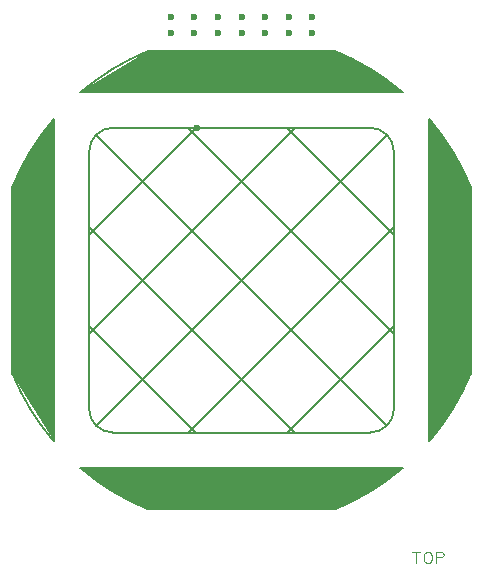
<source format=gbr>
G04 GENERATED BY PULSONIX 7.0 GERBER.DLL 4573*
%INHILLSTAR_30X30_EL_V1_0*%
%LNGERBER_TOP*%
%FSLAX33Y33*%
%IPPOS*%
%LPD*%
%OFA0B0*%
%MOMM*%
%ADD15C,0.125*%
%ADD180C,0.600*%
%ADD345C,0.150*%
X0Y0D02*
D02*
D15*
X144558Y102058D02*
X144558Y102940D01*
X144191D02*
X144926Y102940D01*
X145203Y102352D02*
X145203Y102646D01*
X145277Y102793*
X145350Y102866*
X145497Y102940*
X145644*
X145791Y102866*
X145865Y102793*
X145938Y102646*
Y102352*
X145865Y102205*
X145791Y102131*
X145644Y102058*
X145497*
X145350Y102131*
X145277Y102205*
X145203Y102352*
X146216Y102058D02*
X146216Y102940D01*
X146730*
X146877Y102866*
X146951Y102719*
X146877Y102572*
X146730Y102499*
X146216*
D02*
D180*
X112791Y133962D03*
X123791Y146862D03*
Y148262D03*
X125791Y146862D03*
Y148262D03*
X125991Y138862D03*
X127791Y144862D03*
Y146862D03*
Y148262D03*
X129791Y146862D03*
Y148262D03*
X130791Y108962D03*
X131791Y146862D03*
Y148262D03*
X133791Y146862D03*
Y148262D03*
X135791Y146862D03*
Y148262D03*
X146791Y133962D03*
D02*
D345*
X110391Y118054D02*
G75*
G03X113891Y112320I19402J7908D01*
G01*
Y139604*
G75*
G03X110391Y133870I15902J-13642*
G01*
Y118054*
G36*
G75*
G03X113891Y112320I19402J7908*
G01*
Y139604*
G75*
G03X110391Y133870I15902J-13642*
G01*
Y118054*
G37*
X118891Y138862D02*
G75*
G03X116891Y136862J-2000D01*
G01*
Y115062*
G75*
G03X118891Y113062I2000*
G01*
X140691*
G75*
G03X142691Y115062J2000*
G01*
Y136862*
G75*
G03X140691Y138862I-2000*
G01*
X118891*
X133646Y113062D02*
X142691Y122106D01*
X125268Y113062D02*
X142691Y130484D01*
X117476Y113648D02*
X142105Y138276D01*
X116891Y121440D02*
X134313Y138862D01*
X116891Y129818D02*
X125935Y138862D01*
Y113062D02*
X116891Y122106D01*
X134313Y113062D02*
X116891Y130484D01*
X142105Y113648D02*
X117476Y138276D01*
X142691Y121440D02*
X125268Y138862D01*
X142691Y129818D02*
X133646Y138862D01*
X121882Y106562D02*
X137699D01*
G75*
G03X143432Y110062I-7908J19399*
G01*
X116149*
G75*
G03X121882Y106562I13641J15899*
G01*
G36*
X137699*
G75*
G03X143432Y110062I-7908J19399*
G01*
X116149*
G75*
G03X121882Y106562I13641J15899*
G01*
G37*
Y145362D02*
G75*
G03X116149Y141862I7908J-19399D01*
G01*
X143432*
G75*
G03X137699Y145362I-13641J-15899*
G01*
X121882*
G36*
G75*
G03X116149Y141862I7908J-19399*
G01*
X143432*
G75*
G03X137699Y145362I-13641J-15899*
G01*
X121882*
G37*
X149191Y118054D02*
Y133870D01*
G75*
G03X145691Y139604I-19402J-7908*
G01*
Y112320*
G75*
G03X149191Y118054I-15902J13642*
G01*
G36*
Y133870*
G75*
G03X145691Y139604I-19402J-7908*
G01*
Y112320*
G75*
G03X149191Y118054I-15902J13642*
G01*
G37*
X0Y0D02*
M02*

</source>
